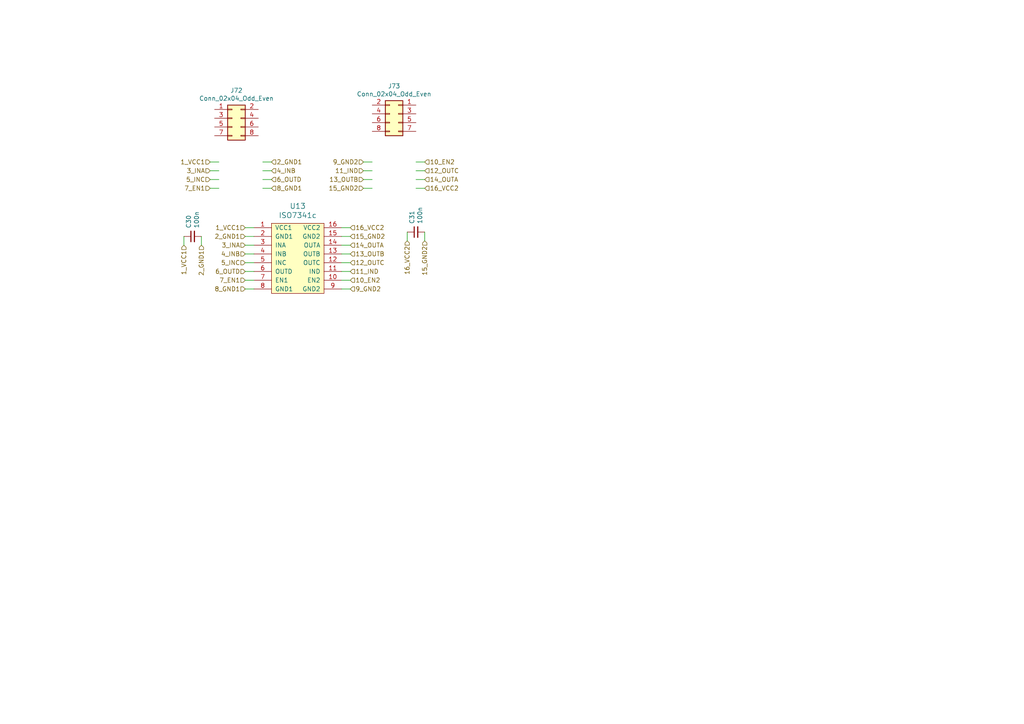
<source format=kicad_sch>
(kicad_sch (version 20210621) (generator eeschema)
  (paper "A4")
  (lib_symbols
    (symbol "FreeEEG32-ads131-rescue:C_Small-Device" (pin_numbers hide) (pin_names (offset 0.254) hide)
      (property "Reference" "C" (at 0.254 1.778 0))
      (property "Value" "C_Small-Device" (at 0.254 -2.032 0))
      (symbol "C_Small-Device_0_1"
        (polyline (pts (xy -1.524 -0.508) (xy 1.524 -0.508)) (stroke (width 0.3302)))
        (polyline (pts (xy -1.524 0.508) (xy 1.524 0.508)) (stroke (width 0.3048)))
      )
      (symbol "C_Small-Device_1_1"
        (pin passive line (at 0 2.54 270) (length 2.032) (name "~") (number "1"))
        (pin passive line (at 0 -2.54 90) (length 2.032) (name "~") (number "2"))
      )
    )
    (symbol "FreeEEG32-ads131-rescue:Conn_02x04_Odd_Even-Connector_Generic" (pin_names (offset 1.016) hide)
      (property "Reference" "J" (at 1.27 5.08 0))
      (property "Value" "Conn_02x04_Odd_Even-Connector_Generic" (at 1.27 -7.62 0))
      (symbol "Conn_02x04_Odd_Even-Connector_Generic_1_1"
        (rectangle (start -1.27 -4.953) (end 0 -5.207) (stroke (width 0.1524)))
        (rectangle (start -1.27 -2.413) (end 0 -2.667) (stroke (width 0.1524)))
        (rectangle (start -1.27 0.127) (end 0 -0.127) (stroke (width 0.1524)))
        (rectangle (start -1.27 2.667) (end 0 2.413) (stroke (width 0.1524)))
        (rectangle (start 3.81 -4.953) (end 2.54 -5.207) (stroke (width 0.1524)))
        (rectangle (start 3.81 -2.413) (end 2.54 -2.667) (stroke (width 0.1524)))
        (rectangle (start 3.81 0.127) (end 2.54 -0.127) (stroke (width 0.1524)))
        (rectangle (start 3.81 2.667) (end 2.54 2.413) (stroke (width 0.1524)))
        (rectangle (start -1.27 3.81) (end 3.81 -6.35) (stroke (width 0.254)) (fill (type background)))
        (pin passive line (at -5.08 2.54 0) (length 3.81) (name "Pin_1") (number "1"))
        (pin passive line (at 7.62 2.54 180) (length 3.81) (name "Pin_2") (number "2"))
        (pin passive line (at -5.08 0 0) (length 3.81) (name "Pin_3") (number "3"))
        (pin passive line (at 7.62 0 180) (length 3.81) (name "Pin_4") (number "4"))
        (pin passive line (at -5.08 -2.54 0) (length 3.81) (name "Pin_5") (number "5"))
        (pin passive line (at 7.62 -2.54 180) (length 3.81) (name "Pin_6") (number "6"))
        (pin passive line (at -5.08 -5.08 0) (length 3.81) (name "Pin_7") (number "7"))
        (pin passive line (at 7.62 -5.08 180) (length 3.81) (name "Pin_8") (number "8"))
      )
    )
    (symbol "FreeEEG32-ads131-rescue:ISO7341c-iso7341c" (pin_names (offset 1.016))
      (property "Reference" "U" (at 0 0 0))
      (property "Value" "ISO7341c-iso7341c" (at 0 11.43 0))
      (symbol "ISO7341c-iso7341c_0_1"
        (rectangle (start -7.62 10.16) (end 7.62 -10.16) (fill (type background)))
      )
      (symbol "ISO7341c-iso7341c_1_1"
        (pin power_in line (at -12.7 8.89 0) (length 5.08) (name "VCC1") (number "1"))
        (pin input line (at 12.7 -6.35 180) (length 5.08) (name "EN2") (number "10"))
        (pin input line (at 12.7 -3.81 180) (length 5.08) (name "IND") (number "11"))
        (pin output line (at 12.7 -1.27 180) (length 5.08) (name "OUTC") (number "12"))
        (pin output line (at 12.7 1.27 180) (length 5.08) (name "OUTB") (number "13"))
        (pin output line (at 12.7 3.81 180) (length 5.08) (name "OUTA") (number "14"))
        (pin power_in line (at 12.7 6.35 180) (length 5.08) (name "GND2") (number "15"))
        (pin power_in line (at 12.7 8.89 180) (length 5.08) (name "VCC2") (number "16"))
        (pin power_in line (at -12.7 6.35 0) (length 5.08) (name "GND1") (number "2"))
        (pin input line (at -12.7 3.81 0) (length 5.08) (name "INA") (number "3"))
        (pin input line (at -12.7 1.27 0) (length 5.08) (name "INB") (number "4"))
        (pin input line (at -12.7 -1.27 0) (length 5.08) (name "INC") (number "5"))
        (pin output line (at -12.7 -3.81 0) (length 5.08) (name "OUTD") (number "6"))
        (pin input line (at -12.7 -6.35 0) (length 5.08) (name "EN1") (number "7"))
        (pin power_in line (at -12.7 -8.89 0) (length 5.08) (name "GND1") (number "8"))
        (pin power_in line (at 12.7 -8.89 180) (length 5.08) (name "GND2") (number "9"))
      )
    )
  )
  (wire (pts (xy 53.34 71.12) (xy 53.34 68.58)))
  (wire (pts (xy 58.42 71.12) (xy 58.42 68.58)))
  (wire (pts (xy 60.96 46.99) (xy 63.5 46.99)))
  (wire (pts (xy 60.96 49.53) (xy 63.5 49.53)))
  (wire (pts (xy 60.96 52.07) (xy 63.5 52.07)))
  (wire (pts (xy 60.96 54.61) (xy 63.5 54.61)))
  (wire (pts (xy 71.12 66.04) (xy 73.66 66.04)))
  (wire (pts (xy 71.12 68.58) (xy 73.66 68.58)))
  (wire (pts (xy 71.12 71.12) (xy 73.66 71.12)))
  (wire (pts (xy 71.12 73.66) (xy 73.66 73.66)))
  (wire (pts (xy 71.12 76.2) (xy 73.66 76.2)))
  (wire (pts (xy 71.12 78.74) (xy 73.66 78.74)))
  (wire (pts (xy 71.12 81.28) (xy 73.66 81.28)))
  (wire (pts (xy 71.12 83.82) (xy 73.66 83.82)))
  (wire (pts (xy 78.74 46.99) (xy 76.2 46.99)))
  (wire (pts (xy 78.74 49.53) (xy 76.2 49.53)))
  (wire (pts (xy 78.74 52.07) (xy 76.2 52.07)))
  (wire (pts (xy 78.74 54.61) (xy 76.2 54.61)))
  (wire (pts (xy 101.6 66.04) (xy 99.06 66.04)))
  (wire (pts (xy 101.6 68.58) (xy 99.06 68.58)))
  (wire (pts (xy 101.6 71.12) (xy 99.06 71.12)))
  (wire (pts (xy 101.6 73.66) (xy 99.06 73.66)))
  (wire (pts (xy 101.6 76.2) (xy 99.06 76.2)))
  (wire (pts (xy 101.6 78.74) (xy 99.06 78.74)))
  (wire (pts (xy 101.6 81.28) (xy 99.06 81.28)))
  (wire (pts (xy 101.6 83.82) (xy 99.06 83.82)))
  (wire (pts (xy 105.41 46.99) (xy 107.95 46.99)))
  (wire (pts (xy 105.41 49.53) (xy 107.95 49.53)))
  (wire (pts (xy 105.41 52.07) (xy 107.95 52.07)))
  (wire (pts (xy 105.41 54.61) (xy 107.95 54.61)))
  (wire (pts (xy 118.11 69.85) (xy 118.11 67.31)))
  (wire (pts (xy 123.19 46.99) (xy 120.65 46.99)))
  (wire (pts (xy 123.19 49.53) (xy 120.65 49.53)))
  (wire (pts (xy 123.19 52.07) (xy 120.65 52.07)))
  (wire (pts (xy 123.19 54.61) (xy 120.65 54.61)))
  (wire (pts (xy 123.19 69.85) (xy 123.19 67.31)))
  (hierarchical_label "1_VCC1" (shape input) (at 53.34 71.12 270))
  (hierarchical_label "2_GND1" (shape input) (at 58.42 71.12 270))
  (hierarchical_label "1_VCC1" (shape input) (at 60.96 46.99 180))
  (hierarchical_label "3_INA" (shape input) (at 60.96 49.53 180))
  (hierarchical_label "5_INC" (shape input) (at 60.96 52.07 180))
  (hierarchical_label "7_EN1" (shape input) (at 60.96 54.61 180))
  (hierarchical_label "1_VCC1" (shape input) (at 71.12 66.04 180))
  (hierarchical_label "2_GND1" (shape input) (at 71.12 68.58 180))
  (hierarchical_label "3_INA" (shape input) (at 71.12 71.12 180))
  (hierarchical_label "4_INB" (shape input) (at 71.12 73.66 180))
  (hierarchical_label "5_INC" (shape input) (at 71.12 76.2 180))
  (hierarchical_label "6_OUTD" (shape input) (at 71.12 78.74 180))
  (hierarchical_label "7_EN1" (shape input) (at 71.12 81.28 180))
  (hierarchical_label "8_GND1" (shape input) (at 71.12 83.82 180))
  (hierarchical_label "2_GND1" (shape input) (at 78.74 46.99 0))
  (hierarchical_label "4_INB" (shape input) (at 78.74 49.53 0))
  (hierarchical_label "6_OUTD" (shape input) (at 78.74 52.07 0))
  (hierarchical_label "8_GND1" (shape input) (at 78.74 54.61 0))
  (hierarchical_label "16_VCC2" (shape input) (at 101.6 66.04 0))
  (hierarchical_label "15_GND2" (shape input) (at 101.6 68.58 0))
  (hierarchical_label "14_OUTA" (shape input) (at 101.6 71.12 0))
  (hierarchical_label "13_OUTB" (shape input) (at 101.6 73.66 0))
  (hierarchical_label "12_OUTC" (shape input) (at 101.6 76.2 0))
  (hierarchical_label "11_IND" (shape input) (at 101.6 78.74 0))
  (hierarchical_label "10_EN2" (shape input) (at 101.6 81.28 0))
  (hierarchical_label "9_GND2" (shape input) (at 101.6 83.82 0))
  (hierarchical_label "9_GND2" (shape input) (at 105.41 46.99 180))
  (hierarchical_label "11_IND" (shape input) (at 105.41 49.53 180))
  (hierarchical_label "13_OUTB" (shape input) (at 105.41 52.07 180))
  (hierarchical_label "15_GND2" (shape input) (at 105.41 54.61 180))
  (hierarchical_label "16_VCC2" (shape input) (at 118.11 69.85 270))
  (hierarchical_label "10_EN2" (shape input) (at 123.19 46.99 0))
  (hierarchical_label "12_OUTC" (shape input) (at 123.19 49.53 0))
  (hierarchical_label "14_OUTA" (shape input) (at 123.19 52.07 0))
  (hierarchical_label "16_VCC2" (shape input) (at 123.19 54.61 0))
  (hierarchical_label "15_GND2" (shape input) (at 123.19 69.85 270))
  (symbol (lib_id "FreeEEG32-ads131-rescue:C_Small-Device") (at 55.88 68.58 90)
    (property "Reference" "C30" (at 54.7116 66.2432 0) (effects (justify left)))
    (property "Value" "100n" (at 57.023 66.2432 0) (effects (justify left)))
    (property "Footprint" "Capacitor_SMD:C_0402_1005Metric" (effects hide))
  )
  (symbol (lib_id "FreeEEG32-ads131-rescue:C_Small-Device") (at 120.65 67.31 90)
    (property "Reference" "C31" (at 119.4816 64.9732 0) (effects (justify left)))
    (property "Value" "100n" (at 121.793 64.9732 0) (effects (justify left)))
    (property "Footprint" "Capacitor_SMD:C_0402_1005Metric" (effects hide))
  )
  (symbol (lib_id "FreeEEG32-ads131-rescue:Conn_02x04_Odd_Even-Connector_Generic") (at 67.31 34.29 0)
    (property "Reference" "J72" (at 68.58 26.2382 0))
    (property "Value" "Conn_02x04_Odd_Even" (at 68.58 28.5496 0))
    (property "Footprint" "Connector_PinHeader_2.54mm:PinHeader_2x04_P2.54mm_Vertical" (effects hide))
  )
  (symbol (lib_id "FreeEEG32-ads131-rescue:Conn_02x04_Odd_Even-Connector_Generic") (at 115.57 33.02 0) (mirror y)
    (property "Reference" "J73" (at 114.3 24.9682 0))
    (property "Value" "Conn_02x04_Odd_Even" (at 114.3 27.2796 0))
    (property "Footprint" "Connector_PinHeader_2.54mm:PinHeader_2x04_P2.54mm_Vertical" (effects hide))
  )
  (symbol (lib_id "FreeEEG32-ads131-rescue:ISO7341c-iso7341c") (at 86.36 74.93 0)
    (property "Reference" "U13" (at 86.36 59.7662 0) (effects (font (size 1.524 1.524))))
    (property "Value" "ISO7341c" (at 86.36 62.4586 0) (effects (font (size 1.524 1.524))))
    (property "Footprint" "Package_SO:SOIC-16W_7.5x10.3mm_P1.27mm" (effects hide))
  )
)
</source>
